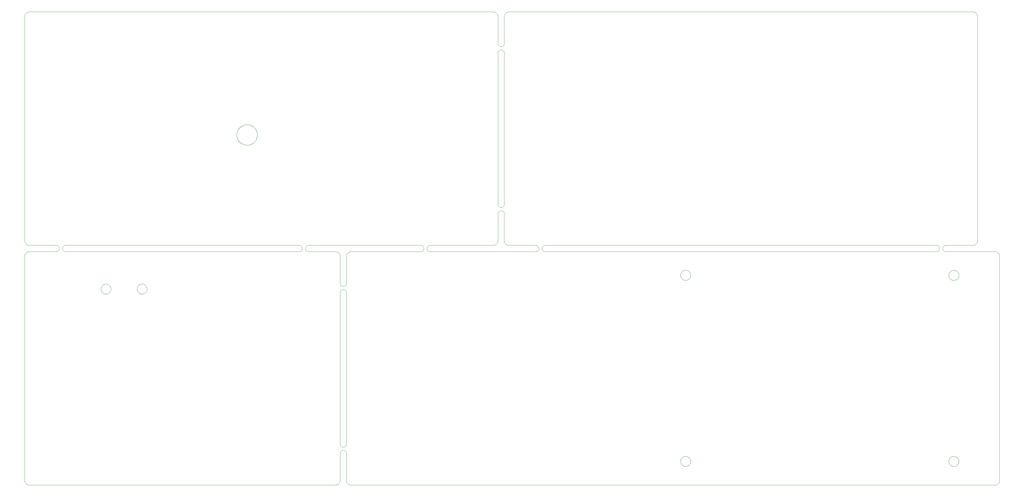
<source format=gbr>
G75*
G70*
%OFA0B0*%
%FSLAX24Y24*%
%IPPOS*%
%LPD*%
%AMOC8*
5,1,8,0,0,1.08239X$1,22.5*
%
%ADD10C,0.0039*%
D10*
X005087Y003472D02*
X043276Y003472D01*
X043322Y003474D01*
X043368Y003479D01*
X043414Y003488D01*
X043459Y003501D01*
X043502Y003517D01*
X043544Y003536D01*
X043585Y003559D01*
X043623Y003585D01*
X043660Y003614D01*
X043694Y003645D01*
X043725Y003679D01*
X043754Y003716D01*
X043780Y003754D01*
X043803Y003795D01*
X043822Y003837D01*
X043838Y003880D01*
X043851Y003925D01*
X043860Y003971D01*
X043865Y004017D01*
X043867Y004063D01*
X043866Y004063D02*
X043866Y007409D01*
X044260Y007803D02*
X044299Y007801D01*
X044337Y007795D01*
X044374Y007786D01*
X044411Y007773D01*
X044446Y007756D01*
X044479Y007737D01*
X044510Y007714D01*
X044539Y007688D01*
X044565Y007659D01*
X044588Y007628D01*
X044607Y007595D01*
X044624Y007560D01*
X044637Y007523D01*
X044646Y007486D01*
X044652Y007448D01*
X044654Y007409D01*
X044654Y004063D01*
X044653Y004063D02*
X044655Y004017D01*
X044660Y003971D01*
X044669Y003925D01*
X044682Y003880D01*
X044698Y003837D01*
X044717Y003795D01*
X044740Y003754D01*
X044766Y003716D01*
X044795Y003679D01*
X044826Y003645D01*
X044860Y003614D01*
X044897Y003585D01*
X044935Y003559D01*
X044976Y003536D01*
X045018Y003517D01*
X045061Y003501D01*
X045106Y003488D01*
X045152Y003479D01*
X045198Y003474D01*
X045244Y003472D01*
X125559Y003472D01*
X125605Y003474D01*
X125651Y003479D01*
X125697Y003488D01*
X125742Y003501D01*
X125785Y003517D01*
X125827Y003536D01*
X125868Y003559D01*
X125906Y003585D01*
X125943Y003614D01*
X125977Y003645D01*
X126008Y003679D01*
X126037Y003716D01*
X126063Y003754D01*
X126086Y003795D01*
X126105Y003837D01*
X126121Y003880D01*
X126134Y003925D01*
X126143Y003971D01*
X126148Y004017D01*
X126150Y004063D01*
X126150Y032015D01*
X126148Y032061D01*
X126143Y032107D01*
X126134Y032153D01*
X126121Y032198D01*
X126105Y032241D01*
X126086Y032283D01*
X126063Y032324D01*
X126037Y032362D01*
X126008Y032399D01*
X125977Y032433D01*
X125943Y032464D01*
X125906Y032493D01*
X125868Y032519D01*
X125827Y032542D01*
X125785Y032561D01*
X125742Y032577D01*
X125697Y032590D01*
X125651Y032599D01*
X125605Y032604D01*
X125559Y032606D01*
X119457Y032606D01*
X119063Y033000D02*
X119065Y033039D01*
X119071Y033077D01*
X119080Y033114D01*
X119093Y033151D01*
X119110Y033186D01*
X119129Y033219D01*
X119152Y033250D01*
X119178Y033279D01*
X119207Y033305D01*
X119238Y033328D01*
X119271Y033347D01*
X119306Y033364D01*
X119343Y033377D01*
X119380Y033386D01*
X119418Y033392D01*
X119457Y033394D01*
X119457Y033393D02*
X122803Y033393D01*
X122849Y033395D01*
X122895Y033400D01*
X122941Y033409D01*
X122986Y033422D01*
X123029Y033438D01*
X123071Y033457D01*
X123112Y033480D01*
X123150Y033506D01*
X123187Y033535D01*
X123221Y033566D01*
X123252Y033600D01*
X123281Y033637D01*
X123307Y033675D01*
X123330Y033716D01*
X123349Y033758D01*
X123365Y033801D01*
X123378Y033846D01*
X123387Y033892D01*
X123392Y033938D01*
X123394Y033984D01*
X123394Y061937D01*
X123392Y061983D01*
X123387Y062029D01*
X123378Y062075D01*
X123365Y062120D01*
X123349Y062163D01*
X123330Y062205D01*
X123307Y062246D01*
X123281Y062284D01*
X123252Y062321D01*
X123221Y062355D01*
X123187Y062386D01*
X123150Y062415D01*
X123112Y062441D01*
X123071Y062464D01*
X123029Y062483D01*
X122986Y062499D01*
X122941Y062512D01*
X122895Y062521D01*
X122849Y062526D01*
X122803Y062528D01*
X122803Y062527D02*
X064929Y062527D01*
X064929Y062528D02*
X064883Y062526D01*
X064837Y062521D01*
X064791Y062512D01*
X064746Y062499D01*
X064703Y062483D01*
X064661Y062464D01*
X064620Y062441D01*
X064582Y062415D01*
X064545Y062386D01*
X064511Y062355D01*
X064480Y062321D01*
X064451Y062284D01*
X064425Y062246D01*
X064402Y062205D01*
X064383Y062163D01*
X064367Y062120D01*
X064354Y062075D01*
X064345Y062029D01*
X064340Y061983D01*
X064338Y061937D01*
X064339Y061937D02*
X064339Y058590D01*
X063945Y058196D02*
X063906Y058198D01*
X063868Y058204D01*
X063831Y058213D01*
X063794Y058226D01*
X063759Y058243D01*
X063726Y058262D01*
X063695Y058285D01*
X063666Y058311D01*
X063640Y058340D01*
X063617Y058371D01*
X063598Y058404D01*
X063581Y058439D01*
X063568Y058476D01*
X063559Y058513D01*
X063553Y058551D01*
X063551Y058590D01*
X063551Y061937D01*
X063552Y061937D02*
X063550Y061983D01*
X063545Y062029D01*
X063536Y062075D01*
X063523Y062120D01*
X063507Y062163D01*
X063488Y062205D01*
X063465Y062246D01*
X063439Y062284D01*
X063410Y062321D01*
X063379Y062355D01*
X063345Y062386D01*
X063308Y062415D01*
X063270Y062441D01*
X063229Y062464D01*
X063187Y062483D01*
X063144Y062499D01*
X063099Y062512D01*
X063053Y062521D01*
X063007Y062526D01*
X062961Y062528D01*
X062961Y062527D02*
X005087Y062527D01*
X005087Y062528D02*
X005041Y062526D01*
X004995Y062521D01*
X004949Y062512D01*
X004904Y062499D01*
X004861Y062483D01*
X004819Y062464D01*
X004778Y062441D01*
X004740Y062415D01*
X004703Y062386D01*
X004669Y062355D01*
X004638Y062321D01*
X004609Y062284D01*
X004583Y062246D01*
X004560Y062205D01*
X004541Y062163D01*
X004525Y062120D01*
X004512Y062075D01*
X004503Y062029D01*
X004498Y061983D01*
X004496Y061937D01*
X004496Y033984D01*
X004498Y033938D01*
X004503Y033892D01*
X004512Y033846D01*
X004525Y033801D01*
X004541Y033758D01*
X004560Y033716D01*
X004583Y033675D01*
X004609Y033637D01*
X004638Y033600D01*
X004669Y033566D01*
X004703Y033535D01*
X004740Y033506D01*
X004778Y033480D01*
X004819Y033457D01*
X004861Y033438D01*
X004904Y033422D01*
X004949Y033409D01*
X004995Y033400D01*
X005041Y033395D01*
X005087Y033393D01*
X008433Y033393D01*
X008827Y033000D02*
X008825Y032961D01*
X008819Y032923D01*
X008810Y032886D01*
X008797Y032849D01*
X008780Y032814D01*
X008761Y032781D01*
X008738Y032750D01*
X008712Y032721D01*
X008683Y032695D01*
X008652Y032672D01*
X008619Y032653D01*
X008584Y032636D01*
X008547Y032623D01*
X008510Y032614D01*
X008472Y032608D01*
X008433Y032606D01*
X005087Y032606D01*
X005041Y032604D01*
X004995Y032599D01*
X004949Y032590D01*
X004904Y032577D01*
X004861Y032561D01*
X004819Y032542D01*
X004778Y032519D01*
X004740Y032493D01*
X004703Y032464D01*
X004669Y032433D01*
X004638Y032399D01*
X004609Y032362D01*
X004583Y032324D01*
X004560Y032283D01*
X004541Y032241D01*
X004525Y032198D01*
X004512Y032153D01*
X004503Y032107D01*
X004498Y032061D01*
X004496Y032015D01*
X004496Y004063D01*
X004498Y004017D01*
X004503Y003971D01*
X004512Y003925D01*
X004525Y003880D01*
X004541Y003837D01*
X004560Y003795D01*
X004583Y003754D01*
X004609Y003716D01*
X004638Y003679D01*
X004669Y003645D01*
X004703Y003614D01*
X004740Y003585D01*
X004778Y003559D01*
X004819Y003536D01*
X004861Y003517D01*
X004904Y003501D01*
X004949Y003488D01*
X004995Y003479D01*
X005041Y003474D01*
X005087Y003472D01*
X043866Y008590D02*
X043866Y027488D01*
X044260Y027882D02*
X044299Y027880D01*
X044337Y027874D01*
X044374Y027865D01*
X044411Y027852D01*
X044446Y027835D01*
X044479Y027816D01*
X044510Y027793D01*
X044539Y027767D01*
X044565Y027738D01*
X044588Y027707D01*
X044607Y027674D01*
X044624Y027639D01*
X044637Y027602D01*
X044646Y027565D01*
X044652Y027527D01*
X044654Y027488D01*
X044654Y008590D01*
X044260Y008196D02*
X044221Y008198D01*
X044183Y008204D01*
X044146Y008213D01*
X044109Y008226D01*
X044074Y008243D01*
X044041Y008262D01*
X044010Y008285D01*
X043981Y008311D01*
X043955Y008340D01*
X043932Y008371D01*
X043913Y008404D01*
X043896Y008439D01*
X043883Y008476D01*
X043874Y008513D01*
X043868Y008551D01*
X043866Y008590D01*
X044260Y008196D02*
X044299Y008198D01*
X044337Y008204D01*
X044374Y008213D01*
X044411Y008226D01*
X044446Y008243D01*
X044479Y008262D01*
X044510Y008285D01*
X044539Y008311D01*
X044565Y008340D01*
X044588Y008371D01*
X044607Y008404D01*
X044624Y008439D01*
X044637Y008476D01*
X044646Y008513D01*
X044652Y008551D01*
X044654Y008590D01*
X044260Y007803D02*
X044221Y007801D01*
X044183Y007795D01*
X044146Y007786D01*
X044109Y007773D01*
X044074Y007756D01*
X044041Y007737D01*
X044010Y007714D01*
X043981Y007688D01*
X043955Y007659D01*
X043932Y007628D01*
X043913Y007595D01*
X043896Y007560D01*
X043883Y007523D01*
X043874Y007486D01*
X043868Y007448D01*
X043866Y007409D01*
X043866Y027488D02*
X043868Y027527D01*
X043874Y027565D01*
X043883Y027602D01*
X043896Y027639D01*
X043913Y027674D01*
X043932Y027707D01*
X043955Y027738D01*
X043981Y027767D01*
X044010Y027793D01*
X044041Y027816D01*
X044074Y027835D01*
X044109Y027852D01*
X044146Y027865D01*
X044183Y027874D01*
X044221Y027880D01*
X044260Y027882D01*
X044260Y028275D02*
X044221Y028277D01*
X044183Y028283D01*
X044146Y028292D01*
X044109Y028305D01*
X044074Y028322D01*
X044041Y028341D01*
X044010Y028364D01*
X043981Y028390D01*
X043955Y028419D01*
X043932Y028450D01*
X043913Y028483D01*
X043896Y028518D01*
X043883Y028555D01*
X043874Y028592D01*
X043868Y028630D01*
X043866Y028669D01*
X043866Y032015D01*
X043867Y032015D02*
X043865Y032061D01*
X043860Y032107D01*
X043851Y032153D01*
X043838Y032198D01*
X043822Y032241D01*
X043803Y032283D01*
X043780Y032324D01*
X043754Y032362D01*
X043725Y032399D01*
X043694Y032433D01*
X043660Y032464D01*
X043623Y032493D01*
X043585Y032519D01*
X043544Y032542D01*
X043502Y032561D01*
X043459Y032577D01*
X043414Y032590D01*
X043368Y032599D01*
X043322Y032604D01*
X043276Y032606D01*
X039929Y032606D01*
X039535Y033000D02*
X039537Y033039D01*
X039543Y033077D01*
X039552Y033114D01*
X039565Y033151D01*
X039582Y033186D01*
X039601Y033219D01*
X039624Y033250D01*
X039650Y033279D01*
X039679Y033305D01*
X039710Y033328D01*
X039743Y033347D01*
X039778Y033364D01*
X039815Y033377D01*
X039852Y033386D01*
X039890Y033392D01*
X039929Y033394D01*
X039929Y033393D02*
X053906Y033393D01*
X054300Y033000D02*
X054298Y032961D01*
X054292Y032923D01*
X054283Y032886D01*
X054270Y032849D01*
X054253Y032814D01*
X054234Y032781D01*
X054211Y032750D01*
X054185Y032721D01*
X054156Y032695D01*
X054125Y032672D01*
X054092Y032653D01*
X054057Y032636D01*
X054020Y032623D01*
X053983Y032614D01*
X053945Y032608D01*
X053906Y032606D01*
X045244Y032606D01*
X045198Y032604D01*
X045152Y032599D01*
X045106Y032590D01*
X045061Y032577D01*
X045018Y032561D01*
X044976Y032542D01*
X044935Y032519D01*
X044897Y032493D01*
X044860Y032464D01*
X044826Y032433D01*
X044795Y032399D01*
X044766Y032362D01*
X044740Y032324D01*
X044717Y032283D01*
X044698Y032241D01*
X044682Y032198D01*
X044669Y032153D01*
X044660Y032107D01*
X044655Y032061D01*
X044653Y032015D01*
X044654Y032015D02*
X044654Y028669D01*
X044652Y028630D01*
X044646Y028592D01*
X044637Y028555D01*
X044624Y028518D01*
X044607Y028483D01*
X044588Y028450D01*
X044565Y028419D01*
X044539Y028390D01*
X044510Y028364D01*
X044479Y028341D01*
X044446Y028322D01*
X044411Y028305D01*
X044374Y028292D01*
X044337Y028283D01*
X044299Y028277D01*
X044260Y028275D01*
X038748Y032606D02*
X009614Y032606D01*
X009220Y033000D02*
X009222Y033039D01*
X009228Y033077D01*
X009237Y033114D01*
X009250Y033151D01*
X009267Y033186D01*
X009286Y033219D01*
X009309Y033250D01*
X009335Y033279D01*
X009364Y033305D01*
X009395Y033328D01*
X009428Y033347D01*
X009463Y033364D01*
X009500Y033377D01*
X009537Y033386D01*
X009575Y033392D01*
X009614Y033394D01*
X009614Y033393D02*
X038748Y033393D01*
X039142Y033000D02*
X039140Y032961D01*
X039134Y032923D01*
X039125Y032886D01*
X039112Y032849D01*
X039095Y032814D01*
X039076Y032781D01*
X039053Y032750D01*
X039027Y032721D01*
X038998Y032695D01*
X038967Y032672D01*
X038934Y032653D01*
X038899Y032636D01*
X038862Y032623D01*
X038825Y032614D01*
X038787Y032608D01*
X038748Y032606D01*
X039142Y033000D02*
X039140Y033039D01*
X039134Y033077D01*
X039125Y033114D01*
X039112Y033151D01*
X039095Y033186D01*
X039076Y033219D01*
X039053Y033250D01*
X039027Y033279D01*
X038998Y033305D01*
X038967Y033328D01*
X038934Y033347D01*
X038899Y033364D01*
X038862Y033377D01*
X038825Y033386D01*
X038787Y033392D01*
X038748Y033394D01*
X039535Y033000D02*
X039537Y032961D01*
X039543Y032923D01*
X039552Y032886D01*
X039565Y032849D01*
X039582Y032814D01*
X039601Y032781D01*
X039624Y032750D01*
X039650Y032721D01*
X039679Y032695D01*
X039710Y032672D01*
X039743Y032653D01*
X039778Y032636D01*
X039815Y032623D01*
X039852Y032614D01*
X039890Y032608D01*
X039929Y032606D01*
X053906Y033394D02*
X053945Y033392D01*
X053983Y033386D01*
X054020Y033377D01*
X054057Y033364D01*
X054092Y033347D01*
X054125Y033328D01*
X054156Y033305D01*
X054185Y033279D01*
X054211Y033250D01*
X054234Y033219D01*
X054253Y033186D01*
X054270Y033151D01*
X054283Y033114D01*
X054292Y033077D01*
X054298Y033039D01*
X054300Y033000D01*
X054693Y033000D02*
X054695Y033039D01*
X054701Y033077D01*
X054710Y033114D01*
X054723Y033151D01*
X054740Y033186D01*
X054759Y033219D01*
X054782Y033250D01*
X054808Y033279D01*
X054837Y033305D01*
X054868Y033328D01*
X054901Y033347D01*
X054936Y033364D01*
X054973Y033377D01*
X055010Y033386D01*
X055048Y033392D01*
X055087Y033394D01*
X055087Y033393D02*
X062961Y033393D01*
X063007Y033395D01*
X063053Y033400D01*
X063099Y033409D01*
X063144Y033422D01*
X063187Y033438D01*
X063229Y033457D01*
X063270Y033480D01*
X063308Y033506D01*
X063345Y033535D01*
X063379Y033566D01*
X063410Y033600D01*
X063439Y033637D01*
X063465Y033675D01*
X063488Y033716D01*
X063507Y033758D01*
X063523Y033801D01*
X063536Y033846D01*
X063545Y033892D01*
X063550Y033938D01*
X063552Y033984D01*
X063551Y033984D02*
X063551Y037330D01*
X063945Y037724D02*
X063984Y037722D01*
X064022Y037716D01*
X064059Y037707D01*
X064096Y037694D01*
X064131Y037677D01*
X064164Y037658D01*
X064195Y037635D01*
X064224Y037609D01*
X064250Y037580D01*
X064273Y037549D01*
X064292Y037516D01*
X064309Y037481D01*
X064322Y037444D01*
X064331Y037407D01*
X064337Y037369D01*
X064339Y037330D01*
X064339Y033984D01*
X064338Y033984D02*
X064340Y033938D01*
X064345Y033892D01*
X064354Y033846D01*
X064367Y033801D01*
X064383Y033758D01*
X064402Y033716D01*
X064425Y033675D01*
X064451Y033637D01*
X064480Y033600D01*
X064511Y033566D01*
X064545Y033535D01*
X064582Y033506D01*
X064620Y033480D01*
X064661Y033457D01*
X064703Y033438D01*
X064746Y033422D01*
X064791Y033409D01*
X064837Y033400D01*
X064883Y033395D01*
X064929Y033393D01*
X068276Y033393D01*
X068670Y033000D02*
X068668Y032961D01*
X068662Y032923D01*
X068653Y032886D01*
X068640Y032849D01*
X068623Y032814D01*
X068604Y032781D01*
X068581Y032750D01*
X068555Y032721D01*
X068526Y032695D01*
X068495Y032672D01*
X068462Y032653D01*
X068427Y032636D01*
X068390Y032623D01*
X068353Y032614D01*
X068315Y032608D01*
X068276Y032606D01*
X055087Y032606D01*
X055048Y032608D01*
X055010Y032614D01*
X054973Y032623D01*
X054936Y032636D01*
X054901Y032653D01*
X054868Y032672D01*
X054837Y032695D01*
X054808Y032721D01*
X054782Y032750D01*
X054759Y032781D01*
X054740Y032814D01*
X054723Y032849D01*
X054710Y032886D01*
X054701Y032923D01*
X054695Y032961D01*
X054693Y033000D01*
X063551Y037330D02*
X063553Y037369D01*
X063559Y037407D01*
X063568Y037444D01*
X063581Y037481D01*
X063598Y037516D01*
X063617Y037549D01*
X063640Y037580D01*
X063666Y037609D01*
X063695Y037635D01*
X063726Y037658D01*
X063759Y037677D01*
X063794Y037694D01*
X063831Y037707D01*
X063868Y037716D01*
X063906Y037722D01*
X063945Y037724D01*
X063945Y038117D02*
X063906Y038119D01*
X063868Y038125D01*
X063831Y038134D01*
X063794Y038147D01*
X063759Y038164D01*
X063726Y038183D01*
X063695Y038206D01*
X063666Y038232D01*
X063640Y038261D01*
X063617Y038292D01*
X063598Y038325D01*
X063581Y038360D01*
X063568Y038397D01*
X063559Y038434D01*
X063553Y038472D01*
X063551Y038511D01*
X063551Y057409D01*
X063945Y057803D02*
X063984Y057801D01*
X064022Y057795D01*
X064059Y057786D01*
X064096Y057773D01*
X064131Y057756D01*
X064164Y057737D01*
X064195Y057714D01*
X064224Y057688D01*
X064250Y057659D01*
X064273Y057628D01*
X064292Y057595D01*
X064309Y057560D01*
X064322Y057523D01*
X064331Y057486D01*
X064337Y057448D01*
X064339Y057409D01*
X064339Y038511D01*
X064337Y038472D01*
X064331Y038434D01*
X064322Y038397D01*
X064309Y038360D01*
X064292Y038325D01*
X064273Y038292D01*
X064250Y038261D01*
X064224Y038232D01*
X064195Y038206D01*
X064164Y038183D01*
X064131Y038164D01*
X064096Y038147D01*
X064059Y038134D01*
X064022Y038125D01*
X063984Y038119D01*
X063945Y038117D01*
X069457Y033393D02*
X118276Y033393D01*
X118670Y033000D02*
X118668Y032961D01*
X118662Y032923D01*
X118653Y032886D01*
X118640Y032849D01*
X118623Y032814D01*
X118604Y032781D01*
X118581Y032750D01*
X118555Y032721D01*
X118526Y032695D01*
X118495Y032672D01*
X118462Y032653D01*
X118427Y032636D01*
X118390Y032623D01*
X118353Y032614D01*
X118315Y032608D01*
X118276Y032606D01*
X069457Y032606D01*
X069063Y033000D02*
X069065Y033039D01*
X069071Y033077D01*
X069080Y033114D01*
X069093Y033151D01*
X069110Y033186D01*
X069129Y033219D01*
X069152Y033250D01*
X069178Y033279D01*
X069207Y033305D01*
X069238Y033328D01*
X069271Y033347D01*
X069306Y033364D01*
X069343Y033377D01*
X069380Y033386D01*
X069418Y033392D01*
X069457Y033394D01*
X069063Y033000D02*
X069065Y032961D01*
X069071Y032923D01*
X069080Y032886D01*
X069093Y032849D01*
X069110Y032814D01*
X069129Y032781D01*
X069152Y032750D01*
X069178Y032721D01*
X069207Y032695D01*
X069238Y032672D01*
X069271Y032653D01*
X069306Y032636D01*
X069343Y032623D01*
X069380Y032614D01*
X069418Y032608D01*
X069457Y032606D01*
X068670Y033000D02*
X068668Y033039D01*
X068662Y033077D01*
X068653Y033114D01*
X068640Y033151D01*
X068623Y033186D01*
X068604Y033219D01*
X068581Y033250D01*
X068555Y033279D01*
X068526Y033305D01*
X068495Y033328D01*
X068462Y033347D01*
X068427Y033364D01*
X068390Y033377D01*
X068353Y033386D01*
X068315Y033392D01*
X068276Y033394D01*
X086347Y029653D02*
X086349Y029703D01*
X086355Y029753D01*
X086365Y029802D01*
X086379Y029850D01*
X086396Y029897D01*
X086417Y029942D01*
X086442Y029986D01*
X086470Y030027D01*
X086502Y030066D01*
X086536Y030103D01*
X086573Y030137D01*
X086613Y030167D01*
X086655Y030194D01*
X086699Y030218D01*
X086745Y030239D01*
X086792Y030255D01*
X086840Y030268D01*
X086890Y030277D01*
X086939Y030282D01*
X086990Y030283D01*
X087040Y030280D01*
X087089Y030273D01*
X087138Y030262D01*
X087186Y030247D01*
X087232Y030229D01*
X087277Y030207D01*
X087320Y030181D01*
X087361Y030152D01*
X087400Y030120D01*
X087436Y030085D01*
X087468Y030047D01*
X087498Y030007D01*
X087525Y029964D01*
X087548Y029920D01*
X087567Y029874D01*
X087583Y029826D01*
X087595Y029777D01*
X087603Y029728D01*
X087607Y029678D01*
X087607Y029628D01*
X087603Y029578D01*
X087595Y029529D01*
X087583Y029480D01*
X087567Y029432D01*
X087548Y029386D01*
X087525Y029342D01*
X087498Y029299D01*
X087468Y029259D01*
X087436Y029221D01*
X087400Y029186D01*
X087361Y029154D01*
X087320Y029125D01*
X087277Y029099D01*
X087232Y029077D01*
X087186Y029059D01*
X087138Y029044D01*
X087089Y029033D01*
X087040Y029026D01*
X086990Y029023D01*
X086939Y029024D01*
X086890Y029029D01*
X086840Y029038D01*
X086792Y029051D01*
X086745Y029067D01*
X086699Y029088D01*
X086655Y029112D01*
X086613Y029139D01*
X086573Y029169D01*
X086536Y029203D01*
X086502Y029240D01*
X086470Y029279D01*
X086442Y029320D01*
X086417Y029364D01*
X086396Y029409D01*
X086379Y029456D01*
X086365Y029504D01*
X086355Y029553D01*
X086349Y029603D01*
X086347Y029653D01*
X118276Y033394D02*
X118315Y033392D01*
X118353Y033386D01*
X118390Y033377D01*
X118427Y033364D01*
X118462Y033347D01*
X118495Y033328D01*
X118526Y033305D01*
X118555Y033279D01*
X118581Y033250D01*
X118604Y033219D01*
X118623Y033186D01*
X118640Y033151D01*
X118653Y033114D01*
X118662Y033077D01*
X118668Y033039D01*
X118670Y033000D01*
X119063Y033000D02*
X119065Y032961D01*
X119071Y032923D01*
X119080Y032886D01*
X119093Y032849D01*
X119110Y032814D01*
X119129Y032781D01*
X119152Y032750D01*
X119178Y032721D01*
X119207Y032695D01*
X119238Y032672D01*
X119271Y032653D01*
X119306Y032636D01*
X119343Y032623D01*
X119380Y032614D01*
X119418Y032608D01*
X119457Y032606D01*
X119811Y029653D02*
X119813Y029703D01*
X119819Y029753D01*
X119829Y029802D01*
X119843Y029850D01*
X119860Y029897D01*
X119881Y029942D01*
X119906Y029986D01*
X119934Y030027D01*
X119966Y030066D01*
X120000Y030103D01*
X120037Y030137D01*
X120077Y030167D01*
X120119Y030194D01*
X120163Y030218D01*
X120209Y030239D01*
X120256Y030255D01*
X120304Y030268D01*
X120354Y030277D01*
X120403Y030282D01*
X120454Y030283D01*
X120504Y030280D01*
X120553Y030273D01*
X120602Y030262D01*
X120650Y030247D01*
X120696Y030229D01*
X120741Y030207D01*
X120784Y030181D01*
X120825Y030152D01*
X120864Y030120D01*
X120900Y030085D01*
X120932Y030047D01*
X120962Y030007D01*
X120989Y029964D01*
X121012Y029920D01*
X121031Y029874D01*
X121047Y029826D01*
X121059Y029777D01*
X121067Y029728D01*
X121071Y029678D01*
X121071Y029628D01*
X121067Y029578D01*
X121059Y029529D01*
X121047Y029480D01*
X121031Y029432D01*
X121012Y029386D01*
X120989Y029342D01*
X120962Y029299D01*
X120932Y029259D01*
X120900Y029221D01*
X120864Y029186D01*
X120825Y029154D01*
X120784Y029125D01*
X120741Y029099D01*
X120696Y029077D01*
X120650Y029059D01*
X120602Y029044D01*
X120553Y029033D01*
X120504Y029026D01*
X120454Y029023D01*
X120403Y029024D01*
X120354Y029029D01*
X120304Y029038D01*
X120256Y029051D01*
X120209Y029067D01*
X120163Y029088D01*
X120119Y029112D01*
X120077Y029139D01*
X120037Y029169D01*
X120000Y029203D01*
X119966Y029240D01*
X119934Y029279D01*
X119906Y029320D01*
X119881Y029364D01*
X119860Y029409D01*
X119843Y029456D01*
X119829Y029504D01*
X119819Y029553D01*
X119813Y029603D01*
X119811Y029653D01*
X119811Y006425D02*
X119813Y006475D01*
X119819Y006525D01*
X119829Y006574D01*
X119843Y006622D01*
X119860Y006669D01*
X119881Y006714D01*
X119906Y006758D01*
X119934Y006799D01*
X119966Y006838D01*
X120000Y006875D01*
X120037Y006909D01*
X120077Y006939D01*
X120119Y006966D01*
X120163Y006990D01*
X120209Y007011D01*
X120256Y007027D01*
X120304Y007040D01*
X120354Y007049D01*
X120403Y007054D01*
X120454Y007055D01*
X120504Y007052D01*
X120553Y007045D01*
X120602Y007034D01*
X120650Y007019D01*
X120696Y007001D01*
X120741Y006979D01*
X120784Y006953D01*
X120825Y006924D01*
X120864Y006892D01*
X120900Y006857D01*
X120932Y006819D01*
X120962Y006779D01*
X120989Y006736D01*
X121012Y006692D01*
X121031Y006646D01*
X121047Y006598D01*
X121059Y006549D01*
X121067Y006500D01*
X121071Y006450D01*
X121071Y006400D01*
X121067Y006350D01*
X121059Y006301D01*
X121047Y006252D01*
X121031Y006204D01*
X121012Y006158D01*
X120989Y006114D01*
X120962Y006071D01*
X120932Y006031D01*
X120900Y005993D01*
X120864Y005958D01*
X120825Y005926D01*
X120784Y005897D01*
X120741Y005871D01*
X120696Y005849D01*
X120650Y005831D01*
X120602Y005816D01*
X120553Y005805D01*
X120504Y005798D01*
X120454Y005795D01*
X120403Y005796D01*
X120354Y005801D01*
X120304Y005810D01*
X120256Y005823D01*
X120209Y005839D01*
X120163Y005860D01*
X120119Y005884D01*
X120077Y005911D01*
X120037Y005941D01*
X120000Y005975D01*
X119966Y006012D01*
X119934Y006051D01*
X119906Y006092D01*
X119881Y006136D01*
X119860Y006181D01*
X119843Y006228D01*
X119829Y006276D01*
X119819Y006325D01*
X119813Y006375D01*
X119811Y006425D01*
X086347Y006425D02*
X086349Y006475D01*
X086355Y006525D01*
X086365Y006574D01*
X086379Y006622D01*
X086396Y006669D01*
X086417Y006714D01*
X086442Y006758D01*
X086470Y006799D01*
X086502Y006838D01*
X086536Y006875D01*
X086573Y006909D01*
X086613Y006939D01*
X086655Y006966D01*
X086699Y006990D01*
X086745Y007011D01*
X086792Y007027D01*
X086840Y007040D01*
X086890Y007049D01*
X086939Y007054D01*
X086990Y007055D01*
X087040Y007052D01*
X087089Y007045D01*
X087138Y007034D01*
X087186Y007019D01*
X087232Y007001D01*
X087277Y006979D01*
X087320Y006953D01*
X087361Y006924D01*
X087400Y006892D01*
X087436Y006857D01*
X087468Y006819D01*
X087498Y006779D01*
X087525Y006736D01*
X087548Y006692D01*
X087567Y006646D01*
X087583Y006598D01*
X087595Y006549D01*
X087603Y006500D01*
X087607Y006450D01*
X087607Y006400D01*
X087603Y006350D01*
X087595Y006301D01*
X087583Y006252D01*
X087567Y006204D01*
X087548Y006158D01*
X087525Y006114D01*
X087498Y006071D01*
X087468Y006031D01*
X087436Y005993D01*
X087400Y005958D01*
X087361Y005926D01*
X087320Y005897D01*
X087277Y005871D01*
X087232Y005849D01*
X087186Y005831D01*
X087138Y005816D01*
X087089Y005805D01*
X087040Y005798D01*
X086990Y005795D01*
X086939Y005796D01*
X086890Y005801D01*
X086840Y005810D01*
X086792Y005823D01*
X086745Y005839D01*
X086699Y005860D01*
X086655Y005884D01*
X086613Y005911D01*
X086573Y005941D01*
X086536Y005975D01*
X086502Y006012D01*
X086470Y006051D01*
X086442Y006092D01*
X086417Y006136D01*
X086396Y006181D01*
X086379Y006228D01*
X086365Y006276D01*
X086355Y006325D01*
X086349Y006375D01*
X086347Y006425D01*
X018520Y027948D02*
X018522Y027998D01*
X018528Y028048D01*
X018538Y028097D01*
X018552Y028145D01*
X018569Y028192D01*
X018590Y028237D01*
X018615Y028281D01*
X018643Y028322D01*
X018675Y028361D01*
X018709Y028398D01*
X018746Y028432D01*
X018786Y028462D01*
X018828Y028489D01*
X018872Y028513D01*
X018918Y028534D01*
X018965Y028550D01*
X019013Y028563D01*
X019063Y028572D01*
X019112Y028577D01*
X019163Y028578D01*
X019213Y028575D01*
X019262Y028568D01*
X019311Y028557D01*
X019359Y028542D01*
X019405Y028524D01*
X019450Y028502D01*
X019493Y028476D01*
X019534Y028447D01*
X019573Y028415D01*
X019609Y028380D01*
X019641Y028342D01*
X019671Y028302D01*
X019698Y028259D01*
X019721Y028215D01*
X019740Y028169D01*
X019756Y028121D01*
X019768Y028072D01*
X019776Y028023D01*
X019780Y027973D01*
X019780Y027923D01*
X019776Y027873D01*
X019768Y027824D01*
X019756Y027775D01*
X019740Y027727D01*
X019721Y027681D01*
X019698Y027637D01*
X019671Y027594D01*
X019641Y027554D01*
X019609Y027516D01*
X019573Y027481D01*
X019534Y027449D01*
X019493Y027420D01*
X019450Y027394D01*
X019405Y027372D01*
X019359Y027354D01*
X019311Y027339D01*
X019262Y027328D01*
X019213Y027321D01*
X019163Y027318D01*
X019112Y027319D01*
X019063Y027324D01*
X019013Y027333D01*
X018965Y027346D01*
X018918Y027362D01*
X018872Y027383D01*
X018828Y027407D01*
X018786Y027434D01*
X018746Y027464D01*
X018709Y027498D01*
X018675Y027535D01*
X018643Y027574D01*
X018615Y027615D01*
X018590Y027659D01*
X018569Y027704D01*
X018552Y027751D01*
X018538Y027799D01*
X018528Y027848D01*
X018522Y027898D01*
X018520Y027948D01*
X014024Y027948D02*
X014026Y027998D01*
X014032Y028048D01*
X014042Y028097D01*
X014056Y028145D01*
X014073Y028192D01*
X014094Y028237D01*
X014119Y028281D01*
X014147Y028322D01*
X014179Y028361D01*
X014213Y028398D01*
X014250Y028432D01*
X014290Y028462D01*
X014332Y028489D01*
X014376Y028513D01*
X014422Y028534D01*
X014469Y028550D01*
X014517Y028563D01*
X014567Y028572D01*
X014616Y028577D01*
X014667Y028578D01*
X014717Y028575D01*
X014766Y028568D01*
X014815Y028557D01*
X014863Y028542D01*
X014909Y028524D01*
X014954Y028502D01*
X014997Y028476D01*
X015038Y028447D01*
X015077Y028415D01*
X015113Y028380D01*
X015145Y028342D01*
X015175Y028302D01*
X015202Y028259D01*
X015225Y028215D01*
X015244Y028169D01*
X015260Y028121D01*
X015272Y028072D01*
X015280Y028023D01*
X015284Y027973D01*
X015284Y027923D01*
X015280Y027873D01*
X015272Y027824D01*
X015260Y027775D01*
X015244Y027727D01*
X015225Y027681D01*
X015202Y027637D01*
X015175Y027594D01*
X015145Y027554D01*
X015113Y027516D01*
X015077Y027481D01*
X015038Y027449D01*
X014997Y027420D01*
X014954Y027394D01*
X014909Y027372D01*
X014863Y027354D01*
X014815Y027339D01*
X014766Y027328D01*
X014717Y027321D01*
X014667Y027318D01*
X014616Y027319D01*
X014567Y027324D01*
X014517Y027333D01*
X014469Y027346D01*
X014422Y027362D01*
X014376Y027383D01*
X014332Y027407D01*
X014290Y027434D01*
X014250Y027464D01*
X014213Y027498D01*
X014179Y027535D01*
X014147Y027574D01*
X014119Y027615D01*
X014094Y027659D01*
X014073Y027704D01*
X014056Y027751D01*
X014042Y027799D01*
X014032Y027848D01*
X014026Y027898D01*
X014024Y027948D01*
X009614Y032606D02*
X009575Y032608D01*
X009537Y032614D01*
X009500Y032623D01*
X009463Y032636D01*
X009428Y032653D01*
X009395Y032672D01*
X009364Y032695D01*
X009335Y032721D01*
X009309Y032750D01*
X009286Y032781D01*
X009267Y032814D01*
X009250Y032849D01*
X009237Y032886D01*
X009228Y032923D01*
X009222Y032961D01*
X009220Y033000D01*
X008827Y033000D02*
X008825Y033039D01*
X008819Y033077D01*
X008810Y033114D01*
X008797Y033151D01*
X008780Y033186D01*
X008761Y033219D01*
X008738Y033250D01*
X008712Y033279D01*
X008683Y033305D01*
X008652Y033328D01*
X008619Y033347D01*
X008584Y033364D01*
X008547Y033377D01*
X008510Y033386D01*
X008472Y033392D01*
X008433Y033394D01*
X030972Y047173D02*
X030974Y047244D01*
X030980Y047315D01*
X030990Y047386D01*
X031004Y047455D01*
X031021Y047524D01*
X031043Y047592D01*
X031068Y047659D01*
X031097Y047724D01*
X031129Y047787D01*
X031165Y047849D01*
X031204Y047908D01*
X031247Y047965D01*
X031292Y048020D01*
X031341Y048072D01*
X031392Y048121D01*
X031446Y048167D01*
X031503Y048211D01*
X031561Y048251D01*
X031622Y048287D01*
X031685Y048321D01*
X031750Y048350D01*
X031816Y048376D01*
X031884Y048399D01*
X031952Y048417D01*
X032022Y048432D01*
X032092Y048443D01*
X032163Y048450D01*
X032234Y048453D01*
X032305Y048452D01*
X032376Y048447D01*
X032447Y048438D01*
X032517Y048425D01*
X032586Y048409D01*
X032654Y048388D01*
X032721Y048364D01*
X032787Y048336D01*
X032850Y048304D01*
X032912Y048269D01*
X032972Y048231D01*
X033030Y048189D01*
X033085Y048145D01*
X033138Y048097D01*
X033188Y048046D01*
X033235Y047993D01*
X033279Y047937D01*
X033320Y047879D01*
X033358Y047818D01*
X033392Y047756D01*
X033422Y047691D01*
X033449Y047626D01*
X033473Y047558D01*
X033492Y047490D01*
X033508Y047421D01*
X033520Y047350D01*
X033528Y047280D01*
X033532Y047209D01*
X033532Y047137D01*
X033528Y047066D01*
X033520Y046996D01*
X033508Y046925D01*
X033492Y046856D01*
X033473Y046788D01*
X033449Y046720D01*
X033422Y046655D01*
X033392Y046590D01*
X033358Y046528D01*
X033320Y046467D01*
X033279Y046409D01*
X033235Y046353D01*
X033188Y046300D01*
X033138Y046249D01*
X033085Y046201D01*
X033030Y046157D01*
X032972Y046115D01*
X032912Y046077D01*
X032850Y046042D01*
X032787Y046010D01*
X032721Y045982D01*
X032654Y045958D01*
X032586Y045937D01*
X032517Y045921D01*
X032447Y045908D01*
X032376Y045899D01*
X032305Y045894D01*
X032234Y045893D01*
X032163Y045896D01*
X032092Y045903D01*
X032022Y045914D01*
X031952Y045929D01*
X031884Y045947D01*
X031816Y045970D01*
X031750Y045996D01*
X031685Y046025D01*
X031622Y046059D01*
X031561Y046095D01*
X031503Y046135D01*
X031446Y046179D01*
X031392Y046225D01*
X031341Y046274D01*
X031292Y046326D01*
X031247Y046381D01*
X031204Y046438D01*
X031165Y046497D01*
X031129Y046559D01*
X031097Y046622D01*
X031068Y046687D01*
X031043Y046754D01*
X031021Y046822D01*
X031004Y046891D01*
X030990Y046960D01*
X030980Y047031D01*
X030974Y047102D01*
X030972Y047173D01*
X063551Y057409D02*
X063553Y057448D01*
X063559Y057486D01*
X063568Y057523D01*
X063581Y057560D01*
X063598Y057595D01*
X063617Y057628D01*
X063640Y057659D01*
X063666Y057688D01*
X063695Y057714D01*
X063726Y057737D01*
X063759Y057756D01*
X063794Y057773D01*
X063831Y057786D01*
X063868Y057795D01*
X063906Y057801D01*
X063945Y057803D01*
X063945Y058196D02*
X063984Y058198D01*
X064022Y058204D01*
X064059Y058213D01*
X064096Y058226D01*
X064131Y058243D01*
X064164Y058262D01*
X064195Y058285D01*
X064224Y058311D01*
X064250Y058340D01*
X064273Y058371D01*
X064292Y058404D01*
X064309Y058439D01*
X064322Y058476D01*
X064331Y058513D01*
X064337Y058551D01*
X064339Y058590D01*
M02*

</source>
